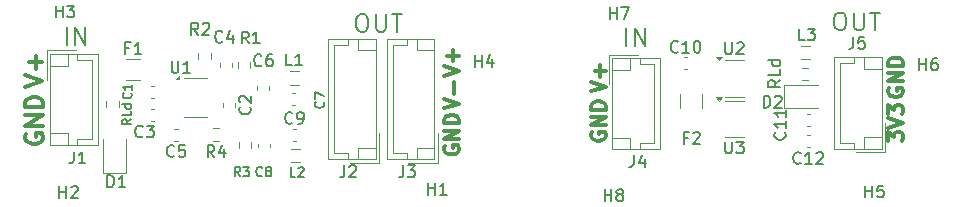
<source format=gto>
%TF.GenerationSoftware,KiCad,Pcbnew,9.0.0*%
%TF.CreationDate,2025-04-24T22:58:58+03:00*%
%TF.ProjectId,PSU,5053552e-6b69-4636-9164-5f7063625858,rev?*%
%TF.SameCoordinates,Original*%
%TF.FileFunction,Legend,Top*%
%TF.FilePolarity,Positive*%
%FSLAX46Y46*%
G04 Gerber Fmt 4.6, Leading zero omitted, Abs format (unit mm)*
G04 Created by KiCad (PCBNEW 9.0.0) date 2025-04-24 22:58:58*
%MOMM*%
%LPD*%
G01*
G04 APERTURE LIST*
%ADD10C,0.300000*%
%ADD11C,0.150000*%
%ADD12C,0.120000*%
G04 APERTURE END LIST*
D10*
X89805757Y-103397574D02*
X89734328Y-103540432D01*
X89734328Y-103540432D02*
X89734328Y-103754717D01*
X89734328Y-103754717D02*
X89805757Y-103969003D01*
X89805757Y-103969003D02*
X89948614Y-104111860D01*
X89948614Y-104111860D02*
X90091471Y-104183289D01*
X90091471Y-104183289D02*
X90377185Y-104254717D01*
X90377185Y-104254717D02*
X90591471Y-104254717D01*
X90591471Y-104254717D02*
X90877185Y-104183289D01*
X90877185Y-104183289D02*
X91020042Y-104111860D01*
X91020042Y-104111860D02*
X91162900Y-103969003D01*
X91162900Y-103969003D02*
X91234328Y-103754717D01*
X91234328Y-103754717D02*
X91234328Y-103611860D01*
X91234328Y-103611860D02*
X91162900Y-103397574D01*
X91162900Y-103397574D02*
X91091471Y-103326146D01*
X91091471Y-103326146D02*
X90591471Y-103326146D01*
X90591471Y-103326146D02*
X90591471Y-103611860D01*
X91234328Y-102683289D02*
X89734328Y-102683289D01*
X89734328Y-102683289D02*
X91234328Y-101826146D01*
X91234328Y-101826146D02*
X89734328Y-101826146D01*
X91234328Y-101111860D02*
X89734328Y-101111860D01*
X89734328Y-101111860D02*
X89734328Y-100754717D01*
X89734328Y-100754717D02*
X89805757Y-100540431D01*
X89805757Y-100540431D02*
X89948614Y-100397574D01*
X89948614Y-100397574D02*
X90091471Y-100326145D01*
X90091471Y-100326145D02*
X90377185Y-100254717D01*
X90377185Y-100254717D02*
X90591471Y-100254717D01*
X90591471Y-100254717D02*
X90877185Y-100326145D01*
X90877185Y-100326145D02*
X91020042Y-100397574D01*
X91020042Y-100397574D02*
X91162900Y-100540431D01*
X91162900Y-100540431D02*
X91234328Y-100754717D01*
X91234328Y-100754717D02*
X91234328Y-101111860D01*
D11*
X118116041Y-93240228D02*
X118401755Y-93240228D01*
X118401755Y-93240228D02*
X118544612Y-93311657D01*
X118544612Y-93311657D02*
X118687469Y-93454514D01*
X118687469Y-93454514D02*
X118758898Y-93740228D01*
X118758898Y-93740228D02*
X118758898Y-94240228D01*
X118758898Y-94240228D02*
X118687469Y-94525942D01*
X118687469Y-94525942D02*
X118544612Y-94668800D01*
X118544612Y-94668800D02*
X118401755Y-94740228D01*
X118401755Y-94740228D02*
X118116041Y-94740228D01*
X118116041Y-94740228D02*
X117973184Y-94668800D01*
X117973184Y-94668800D02*
X117830326Y-94525942D01*
X117830326Y-94525942D02*
X117758898Y-94240228D01*
X117758898Y-94240228D02*
X117758898Y-93740228D01*
X117758898Y-93740228D02*
X117830326Y-93454514D01*
X117830326Y-93454514D02*
X117973184Y-93311657D01*
X117973184Y-93311657D02*
X118116041Y-93240228D01*
X119401755Y-93240228D02*
X119401755Y-94454514D01*
X119401755Y-94454514D02*
X119473184Y-94597371D01*
X119473184Y-94597371D02*
X119544613Y-94668800D01*
X119544613Y-94668800D02*
X119687470Y-94740228D01*
X119687470Y-94740228D02*
X119973184Y-94740228D01*
X119973184Y-94740228D02*
X120116041Y-94668800D01*
X120116041Y-94668800D02*
X120187470Y-94597371D01*
X120187470Y-94597371D02*
X120258898Y-94454514D01*
X120258898Y-94454514D02*
X120258898Y-93240228D01*
X120758899Y-93240228D02*
X121616042Y-93240228D01*
X121187470Y-94740228D02*
X121187470Y-93240228D01*
D10*
X89665728Y-99405574D02*
X91165728Y-98905574D01*
X91165728Y-98905574D02*
X89665728Y-98405574D01*
X90594300Y-97905575D02*
X90594300Y-96762718D01*
X91165728Y-97334146D02*
X90022871Y-97334146D01*
X125150723Y-98489584D02*
X126400723Y-98072917D01*
X126400723Y-98072917D02*
X125150723Y-97656251D01*
X125924533Y-97239583D02*
X125924533Y-96287203D01*
X126400723Y-96763393D02*
X125448342Y-96763393D01*
D11*
X93217726Y-95871428D02*
X93217726Y-94371428D01*
X93932012Y-95871428D02*
X93932012Y-94371428D01*
X93932012Y-94371428D02*
X94789155Y-95871428D01*
X94789155Y-95871428D02*
X94789155Y-94371428D01*
D10*
X125201523Y-101232784D02*
X126451523Y-100816117D01*
X126451523Y-100816117D02*
X125201523Y-100399451D01*
X125975333Y-99982783D02*
X125975333Y-99030403D01*
X125261047Y-104412651D02*
X125201523Y-104531698D01*
X125201523Y-104531698D02*
X125201523Y-104710270D01*
X125201523Y-104710270D02*
X125261047Y-104888841D01*
X125261047Y-104888841D02*
X125380095Y-105007889D01*
X125380095Y-105007889D02*
X125499142Y-105067412D01*
X125499142Y-105067412D02*
X125737238Y-105126936D01*
X125737238Y-105126936D02*
X125915809Y-105126936D01*
X125915809Y-105126936D02*
X126153904Y-105067412D01*
X126153904Y-105067412D02*
X126272952Y-105007889D01*
X126272952Y-105007889D02*
X126392000Y-104888841D01*
X126392000Y-104888841D02*
X126451523Y-104710270D01*
X126451523Y-104710270D02*
X126451523Y-104591222D01*
X126451523Y-104591222D02*
X126392000Y-104412651D01*
X126392000Y-104412651D02*
X126332476Y-104353127D01*
X126332476Y-104353127D02*
X125915809Y-104353127D01*
X125915809Y-104353127D02*
X125915809Y-104591222D01*
X126451523Y-103817412D02*
X125201523Y-103817412D01*
X125201523Y-103817412D02*
X126451523Y-103103127D01*
X126451523Y-103103127D02*
X125201523Y-103103127D01*
X126451523Y-102507888D02*
X125201523Y-102507888D01*
X125201523Y-102507888D02*
X125201523Y-102210269D01*
X125201523Y-102210269D02*
X125261047Y-102031698D01*
X125261047Y-102031698D02*
X125380095Y-101912650D01*
X125380095Y-101912650D02*
X125499142Y-101853127D01*
X125499142Y-101853127D02*
X125737238Y-101793603D01*
X125737238Y-101793603D02*
X125915809Y-101793603D01*
X125915809Y-101793603D02*
X126153904Y-101853127D01*
X126153904Y-101853127D02*
X126272952Y-101912650D01*
X126272952Y-101912650D02*
X126392000Y-102031698D01*
X126392000Y-102031698D02*
X126451523Y-102210269D01*
X126451523Y-102210269D02*
X126451523Y-102507888D01*
D11*
X140616644Y-95916332D02*
X140616644Y-94416332D01*
X141330930Y-95916332D02*
X141330930Y-94416332D01*
X141330930Y-94416332D02*
X142188073Y-95916332D01*
X142188073Y-95916332D02*
X142188073Y-94416332D01*
X158580759Y-93120932D02*
X158866473Y-93120932D01*
X158866473Y-93120932D02*
X159009330Y-93192361D01*
X159009330Y-93192361D02*
X159152187Y-93335218D01*
X159152187Y-93335218D02*
X159223616Y-93620932D01*
X159223616Y-93620932D02*
X159223616Y-94120932D01*
X159223616Y-94120932D02*
X159152187Y-94406646D01*
X159152187Y-94406646D02*
X159009330Y-94549504D01*
X159009330Y-94549504D02*
X158866473Y-94620932D01*
X158866473Y-94620932D02*
X158580759Y-94620932D01*
X158580759Y-94620932D02*
X158437902Y-94549504D01*
X158437902Y-94549504D02*
X158295044Y-94406646D01*
X158295044Y-94406646D02*
X158223616Y-94120932D01*
X158223616Y-94120932D02*
X158223616Y-93620932D01*
X158223616Y-93620932D02*
X158295044Y-93335218D01*
X158295044Y-93335218D02*
X158437902Y-93192361D01*
X158437902Y-93192361D02*
X158580759Y-93120932D01*
X159866473Y-93120932D02*
X159866473Y-94335218D01*
X159866473Y-94335218D02*
X159937902Y-94478075D01*
X159937902Y-94478075D02*
X160009331Y-94549504D01*
X160009331Y-94549504D02*
X160152188Y-94620932D01*
X160152188Y-94620932D02*
X160437902Y-94620932D01*
X160437902Y-94620932D02*
X160580759Y-94549504D01*
X160580759Y-94549504D02*
X160652188Y-94478075D01*
X160652188Y-94478075D02*
X160723616Y-94335218D01*
X160723616Y-94335218D02*
X160723616Y-93120932D01*
X161223617Y-93120932D02*
X162080760Y-93120932D01*
X161652188Y-94620932D02*
X161652188Y-93120932D01*
D10*
X137617041Y-99793188D02*
X138867041Y-99376521D01*
X138867041Y-99376521D02*
X137617041Y-98959855D01*
X138390851Y-98543187D02*
X138390851Y-97590807D01*
X138867041Y-98066997D02*
X137914660Y-98066997D01*
X137676565Y-103252455D02*
X137617041Y-103371502D01*
X137617041Y-103371502D02*
X137617041Y-103550074D01*
X137617041Y-103550074D02*
X137676565Y-103728645D01*
X137676565Y-103728645D02*
X137795613Y-103847693D01*
X137795613Y-103847693D02*
X137914660Y-103907216D01*
X137914660Y-103907216D02*
X138152756Y-103966740D01*
X138152756Y-103966740D02*
X138331327Y-103966740D01*
X138331327Y-103966740D02*
X138569422Y-103907216D01*
X138569422Y-103907216D02*
X138688470Y-103847693D01*
X138688470Y-103847693D02*
X138807518Y-103728645D01*
X138807518Y-103728645D02*
X138867041Y-103550074D01*
X138867041Y-103550074D02*
X138867041Y-103431026D01*
X138867041Y-103431026D02*
X138807518Y-103252455D01*
X138807518Y-103252455D02*
X138747994Y-103192931D01*
X138747994Y-103192931D02*
X138331327Y-103192931D01*
X138331327Y-103192931D02*
X138331327Y-103431026D01*
X138867041Y-102657216D02*
X137617041Y-102657216D01*
X137617041Y-102657216D02*
X138867041Y-101942931D01*
X138867041Y-101942931D02*
X137617041Y-101942931D01*
X138867041Y-101347692D02*
X137617041Y-101347692D01*
X137617041Y-101347692D02*
X137617041Y-101050073D01*
X137617041Y-101050073D02*
X137676565Y-100871502D01*
X137676565Y-100871502D02*
X137795613Y-100752454D01*
X137795613Y-100752454D02*
X137914660Y-100692931D01*
X137914660Y-100692931D02*
X138152756Y-100633407D01*
X138152756Y-100633407D02*
X138331327Y-100633407D01*
X138331327Y-100633407D02*
X138569422Y-100692931D01*
X138569422Y-100692931D02*
X138688470Y-100752454D01*
X138688470Y-100752454D02*
X138807518Y-100871502D01*
X138807518Y-100871502D02*
X138867041Y-101050073D01*
X138867041Y-101050073D02*
X138867041Y-101347692D01*
X162790541Y-104000864D02*
X162790541Y-103227055D01*
X162790541Y-103227055D02*
X163266732Y-103643721D01*
X163266732Y-103643721D02*
X163266732Y-103465150D01*
X163266732Y-103465150D02*
X163326256Y-103346102D01*
X163326256Y-103346102D02*
X163385779Y-103286578D01*
X163385779Y-103286578D02*
X163504827Y-103227055D01*
X163504827Y-103227055D02*
X163802446Y-103227055D01*
X163802446Y-103227055D02*
X163921494Y-103286578D01*
X163921494Y-103286578D02*
X163981018Y-103346102D01*
X163981018Y-103346102D02*
X164040541Y-103465150D01*
X164040541Y-103465150D02*
X164040541Y-103822293D01*
X164040541Y-103822293D02*
X163981018Y-103941340D01*
X163981018Y-103941340D02*
X163921494Y-104000864D01*
X162790541Y-102869912D02*
X164040541Y-102453245D01*
X164040541Y-102453245D02*
X162790541Y-102036579D01*
X162790541Y-101738959D02*
X162790541Y-100965150D01*
X162790541Y-100965150D02*
X163266732Y-101381816D01*
X163266732Y-101381816D02*
X163266732Y-101203245D01*
X163266732Y-101203245D02*
X163326256Y-101084197D01*
X163326256Y-101084197D02*
X163385779Y-101024673D01*
X163385779Y-101024673D02*
X163504827Y-100965150D01*
X163504827Y-100965150D02*
X163802446Y-100965150D01*
X163802446Y-100965150D02*
X163921494Y-101024673D01*
X163921494Y-101024673D02*
X163981018Y-101084197D01*
X163981018Y-101084197D02*
X164040541Y-101203245D01*
X164040541Y-101203245D02*
X164040541Y-101560388D01*
X164040541Y-101560388D02*
X163981018Y-101679435D01*
X163981018Y-101679435D02*
X163921494Y-101738959D01*
X162850065Y-99544055D02*
X162790541Y-99663102D01*
X162790541Y-99663102D02*
X162790541Y-99841674D01*
X162790541Y-99841674D02*
X162850065Y-100020245D01*
X162850065Y-100020245D02*
X162969113Y-100139293D01*
X162969113Y-100139293D02*
X163088160Y-100198816D01*
X163088160Y-100198816D02*
X163326256Y-100258340D01*
X163326256Y-100258340D02*
X163504827Y-100258340D01*
X163504827Y-100258340D02*
X163742922Y-100198816D01*
X163742922Y-100198816D02*
X163861970Y-100139293D01*
X163861970Y-100139293D02*
X163981018Y-100020245D01*
X163981018Y-100020245D02*
X164040541Y-99841674D01*
X164040541Y-99841674D02*
X164040541Y-99722626D01*
X164040541Y-99722626D02*
X163981018Y-99544055D01*
X163981018Y-99544055D02*
X163921494Y-99484531D01*
X163921494Y-99484531D02*
X163504827Y-99484531D01*
X163504827Y-99484531D02*
X163504827Y-99722626D01*
X164040541Y-98948816D02*
X162790541Y-98948816D01*
X162790541Y-98948816D02*
X164040541Y-98234531D01*
X164040541Y-98234531D02*
X162790541Y-98234531D01*
X164040541Y-97639292D02*
X162790541Y-97639292D01*
X162790541Y-97639292D02*
X162790541Y-97341673D01*
X162790541Y-97341673D02*
X162850065Y-97163102D01*
X162850065Y-97163102D02*
X162969113Y-97044054D01*
X162969113Y-97044054D02*
X163088160Y-96984531D01*
X163088160Y-96984531D02*
X163326256Y-96925007D01*
X163326256Y-96925007D02*
X163504827Y-96925007D01*
X163504827Y-96925007D02*
X163742922Y-96984531D01*
X163742922Y-96984531D02*
X163861970Y-97044054D01*
X163861970Y-97044054D02*
X163981018Y-97163102D01*
X163981018Y-97163102D02*
X164040541Y-97341673D01*
X164040541Y-97341673D02*
X164040541Y-97639292D01*
D11*
X93800166Y-104890219D02*
X93800166Y-105604504D01*
X93800166Y-105604504D02*
X93752547Y-105747361D01*
X93752547Y-105747361D02*
X93657309Y-105842600D01*
X93657309Y-105842600D02*
X93514452Y-105890219D01*
X93514452Y-105890219D02*
X93419214Y-105890219D01*
X94800166Y-105890219D02*
X94228738Y-105890219D01*
X94514452Y-105890219D02*
X94514452Y-104890219D01*
X94514452Y-104890219D02*
X94419214Y-105033076D01*
X94419214Y-105033076D02*
X94323976Y-105128314D01*
X94323976Y-105128314D02*
X94228738Y-105175933D01*
X102323433Y-105236180D02*
X102275814Y-105283800D01*
X102275814Y-105283800D02*
X102132957Y-105331419D01*
X102132957Y-105331419D02*
X102037719Y-105331419D01*
X102037719Y-105331419D02*
X101894862Y-105283800D01*
X101894862Y-105283800D02*
X101799624Y-105188561D01*
X101799624Y-105188561D02*
X101752005Y-105093323D01*
X101752005Y-105093323D02*
X101704386Y-104902847D01*
X101704386Y-104902847D02*
X101704386Y-104759990D01*
X101704386Y-104759990D02*
X101752005Y-104569514D01*
X101752005Y-104569514D02*
X101799624Y-104474276D01*
X101799624Y-104474276D02*
X101894862Y-104379038D01*
X101894862Y-104379038D02*
X102037719Y-104331419D01*
X102037719Y-104331419D02*
X102132957Y-104331419D01*
X102132957Y-104331419D02*
X102275814Y-104379038D01*
X102275814Y-104379038D02*
X102323433Y-104426657D01*
X103228195Y-104331419D02*
X102752005Y-104331419D01*
X102752005Y-104331419D02*
X102704386Y-104807609D01*
X102704386Y-104807609D02*
X102752005Y-104759990D01*
X102752005Y-104759990D02*
X102847243Y-104712371D01*
X102847243Y-104712371D02*
X103085338Y-104712371D01*
X103085338Y-104712371D02*
X103180576Y-104759990D01*
X103180576Y-104759990D02*
X103228195Y-104807609D01*
X103228195Y-104807609D02*
X103275814Y-104902847D01*
X103275814Y-104902847D02*
X103275814Y-105140942D01*
X103275814Y-105140942D02*
X103228195Y-105236180D01*
X103228195Y-105236180D02*
X103180576Y-105283800D01*
X103180576Y-105283800D02*
X103085338Y-105331419D01*
X103085338Y-105331419D02*
X102847243Y-105331419D01*
X102847243Y-105331419D02*
X102752005Y-105283800D01*
X102752005Y-105283800D02*
X102704386Y-105236180D01*
X98689064Y-102137714D02*
X98331921Y-102387714D01*
X98689064Y-102566285D02*
X97939064Y-102566285D01*
X97939064Y-102566285D02*
X97939064Y-102280571D01*
X97939064Y-102280571D02*
X97974778Y-102209142D01*
X97974778Y-102209142D02*
X98010492Y-102173428D01*
X98010492Y-102173428D02*
X98081921Y-102137714D01*
X98081921Y-102137714D02*
X98189064Y-102137714D01*
X98189064Y-102137714D02*
X98260492Y-102173428D01*
X98260492Y-102173428D02*
X98296207Y-102209142D01*
X98296207Y-102209142D02*
X98331921Y-102280571D01*
X98331921Y-102280571D02*
X98331921Y-102566285D01*
X98689064Y-101459142D02*
X98689064Y-101816285D01*
X98689064Y-101816285D02*
X97939064Y-101816285D01*
X98689064Y-100887714D02*
X97939064Y-100887714D01*
X98653350Y-100887714D02*
X98689064Y-100959142D01*
X98689064Y-100959142D02*
X98689064Y-101101999D01*
X98689064Y-101101999D02*
X98653350Y-101173428D01*
X98653350Y-101173428D02*
X98617635Y-101209142D01*
X98617635Y-101209142D02*
X98546207Y-101244856D01*
X98546207Y-101244856D02*
X98331921Y-101244856D01*
X98331921Y-101244856D02*
X98260492Y-101209142D01*
X98260492Y-101209142D02*
X98224778Y-101173428D01*
X98224778Y-101173428D02*
X98189064Y-101101999D01*
X98189064Y-101101999D02*
X98189064Y-100959142D01*
X98189064Y-100959142D02*
X98224778Y-100887714D01*
X112331033Y-102442180D02*
X112283414Y-102489800D01*
X112283414Y-102489800D02*
X112140557Y-102537419D01*
X112140557Y-102537419D02*
X112045319Y-102537419D01*
X112045319Y-102537419D02*
X111902462Y-102489800D01*
X111902462Y-102489800D02*
X111807224Y-102394561D01*
X111807224Y-102394561D02*
X111759605Y-102299323D01*
X111759605Y-102299323D02*
X111711986Y-102108847D01*
X111711986Y-102108847D02*
X111711986Y-101965990D01*
X111711986Y-101965990D02*
X111759605Y-101775514D01*
X111759605Y-101775514D02*
X111807224Y-101680276D01*
X111807224Y-101680276D02*
X111902462Y-101585038D01*
X111902462Y-101585038D02*
X112045319Y-101537419D01*
X112045319Y-101537419D02*
X112140557Y-101537419D01*
X112140557Y-101537419D02*
X112283414Y-101585038D01*
X112283414Y-101585038D02*
X112331033Y-101632657D01*
X112807224Y-102537419D02*
X112997700Y-102537419D01*
X112997700Y-102537419D02*
X113092938Y-102489800D01*
X113092938Y-102489800D02*
X113140557Y-102442180D01*
X113140557Y-102442180D02*
X113235795Y-102299323D01*
X113235795Y-102299323D02*
X113283414Y-102108847D01*
X113283414Y-102108847D02*
X113283414Y-101727895D01*
X113283414Y-101727895D02*
X113235795Y-101632657D01*
X113235795Y-101632657D02*
X113188176Y-101585038D01*
X113188176Y-101585038D02*
X113092938Y-101537419D01*
X113092938Y-101537419D02*
X112902462Y-101537419D01*
X112902462Y-101537419D02*
X112807224Y-101585038D01*
X112807224Y-101585038D02*
X112759605Y-101632657D01*
X112759605Y-101632657D02*
X112711986Y-101727895D01*
X112711986Y-101727895D02*
X112711986Y-101965990D01*
X112711986Y-101965990D02*
X112759605Y-102061228D01*
X112759605Y-102061228D02*
X112807224Y-102108847D01*
X112807224Y-102108847D02*
X112902462Y-102156466D01*
X112902462Y-102156466D02*
X113092938Y-102156466D01*
X113092938Y-102156466D02*
X113188176Y-102108847D01*
X113188176Y-102108847D02*
X113235795Y-102061228D01*
X113235795Y-102061228D02*
X113283414Y-101965990D01*
X98499166Y-96095409D02*
X98165833Y-96095409D01*
X98165833Y-96619219D02*
X98165833Y-95619219D01*
X98165833Y-95619219D02*
X98642023Y-95619219D01*
X99546785Y-96619219D02*
X98975357Y-96619219D01*
X99261071Y-96619219D02*
X99261071Y-95619219D01*
X99261071Y-95619219D02*
X99165833Y-95762076D01*
X99165833Y-95762076D02*
X99070595Y-95857314D01*
X99070595Y-95857314D02*
X98975357Y-95904933D01*
X99656433Y-103585180D02*
X99608814Y-103632800D01*
X99608814Y-103632800D02*
X99465957Y-103680419D01*
X99465957Y-103680419D02*
X99370719Y-103680419D01*
X99370719Y-103680419D02*
X99227862Y-103632800D01*
X99227862Y-103632800D02*
X99132624Y-103537561D01*
X99132624Y-103537561D02*
X99085005Y-103442323D01*
X99085005Y-103442323D02*
X99037386Y-103251847D01*
X99037386Y-103251847D02*
X99037386Y-103108990D01*
X99037386Y-103108990D02*
X99085005Y-102918514D01*
X99085005Y-102918514D02*
X99132624Y-102823276D01*
X99132624Y-102823276D02*
X99227862Y-102728038D01*
X99227862Y-102728038D02*
X99370719Y-102680419D01*
X99370719Y-102680419D02*
X99465957Y-102680419D01*
X99465957Y-102680419D02*
X99608814Y-102728038D01*
X99608814Y-102728038D02*
X99656433Y-102775657D01*
X99989767Y-102680419D02*
X100608814Y-102680419D01*
X100608814Y-102680419D02*
X100275481Y-103061371D01*
X100275481Y-103061371D02*
X100418338Y-103061371D01*
X100418338Y-103061371D02*
X100513576Y-103108990D01*
X100513576Y-103108990D02*
X100561195Y-103156609D01*
X100561195Y-103156609D02*
X100608814Y-103251847D01*
X100608814Y-103251847D02*
X100608814Y-103489942D01*
X100608814Y-103489942D02*
X100561195Y-103585180D01*
X100561195Y-103585180D02*
X100513576Y-103632800D01*
X100513576Y-103632800D02*
X100418338Y-103680419D01*
X100418338Y-103680419D02*
X100132624Y-103680419D01*
X100132624Y-103680419D02*
X100037386Y-103632800D01*
X100037386Y-103632800D02*
X99989767Y-103585180D01*
X121714766Y-106058619D02*
X121714766Y-106772904D01*
X121714766Y-106772904D02*
X121667147Y-106915761D01*
X121667147Y-106915761D02*
X121571909Y-107011000D01*
X121571909Y-107011000D02*
X121429052Y-107058619D01*
X121429052Y-107058619D02*
X121333814Y-107058619D01*
X122095719Y-106058619D02*
X122714766Y-106058619D01*
X122714766Y-106058619D02*
X122381433Y-106439571D01*
X122381433Y-106439571D02*
X122524290Y-106439571D01*
X122524290Y-106439571D02*
X122619528Y-106487190D01*
X122619528Y-106487190D02*
X122667147Y-106534809D01*
X122667147Y-106534809D02*
X122714766Y-106630047D01*
X122714766Y-106630047D02*
X122714766Y-106868142D01*
X122714766Y-106868142D02*
X122667147Y-106963380D01*
X122667147Y-106963380D02*
X122619528Y-107011000D01*
X122619528Y-107011000D02*
X122524290Y-107058619D01*
X122524290Y-107058619D02*
X122238576Y-107058619D01*
X122238576Y-107058619D02*
X122143338Y-107011000D01*
X122143338Y-107011000D02*
X122095719Y-106963380D01*
X92304795Y-93520419D02*
X92304795Y-92520419D01*
X92304795Y-92996609D02*
X92876223Y-92996609D01*
X92876223Y-93520419D02*
X92876223Y-92520419D01*
X93257176Y-92520419D02*
X93876223Y-92520419D01*
X93876223Y-92520419D02*
X93542890Y-92901371D01*
X93542890Y-92901371D02*
X93685747Y-92901371D01*
X93685747Y-92901371D02*
X93780985Y-92948990D01*
X93780985Y-92948990D02*
X93828604Y-92996609D01*
X93828604Y-92996609D02*
X93876223Y-93091847D01*
X93876223Y-93091847D02*
X93876223Y-93329942D01*
X93876223Y-93329942D02*
X93828604Y-93425180D01*
X93828604Y-93425180D02*
X93780985Y-93472800D01*
X93780985Y-93472800D02*
X93685747Y-93520419D01*
X93685747Y-93520419D02*
X93400033Y-93520419D01*
X93400033Y-93520419D02*
X93304795Y-93472800D01*
X93304795Y-93472800D02*
X93257176Y-93425180D01*
X114968204Y-100666532D02*
X115006300Y-100704628D01*
X115006300Y-100704628D02*
X115044395Y-100818913D01*
X115044395Y-100818913D02*
X115044395Y-100895104D01*
X115044395Y-100895104D02*
X115006300Y-101009390D01*
X115006300Y-101009390D02*
X114930109Y-101085580D01*
X114930109Y-101085580D02*
X114853919Y-101123675D01*
X114853919Y-101123675D02*
X114701538Y-101161771D01*
X114701538Y-101161771D02*
X114587252Y-101161771D01*
X114587252Y-101161771D02*
X114434871Y-101123675D01*
X114434871Y-101123675D02*
X114358680Y-101085580D01*
X114358680Y-101085580D02*
X114282490Y-101009390D01*
X114282490Y-101009390D02*
X114244395Y-100895104D01*
X114244395Y-100895104D02*
X114244395Y-100818913D01*
X114244395Y-100818913D02*
X114282490Y-100704628D01*
X114282490Y-100704628D02*
X114320585Y-100666532D01*
X114244395Y-100399866D02*
X114244395Y-99866532D01*
X114244395Y-99866532D02*
X115044395Y-100209390D01*
X108622633Y-95730219D02*
X108289300Y-95254028D01*
X108051205Y-95730219D02*
X108051205Y-94730219D01*
X108051205Y-94730219D02*
X108432157Y-94730219D01*
X108432157Y-94730219D02*
X108527395Y-94777838D01*
X108527395Y-94777838D02*
X108575014Y-94825457D01*
X108575014Y-94825457D02*
X108622633Y-94920695D01*
X108622633Y-94920695D02*
X108622633Y-95063552D01*
X108622633Y-95063552D02*
X108575014Y-95158790D01*
X108575014Y-95158790D02*
X108527395Y-95206409D01*
X108527395Y-95206409D02*
X108432157Y-95254028D01*
X108432157Y-95254028D02*
X108051205Y-95254028D01*
X109575014Y-95730219D02*
X109003586Y-95730219D01*
X109289300Y-95730219D02*
X109289300Y-94730219D01*
X109289300Y-94730219D02*
X109194062Y-94873076D01*
X109194062Y-94873076D02*
X109098824Y-94968314D01*
X109098824Y-94968314D02*
X109003586Y-95015933D01*
X127788595Y-97711419D02*
X127788595Y-96711419D01*
X127788595Y-97187609D02*
X128360023Y-97187609D01*
X128360023Y-97711419D02*
X128360023Y-96711419D01*
X129264785Y-97044752D02*
X129264785Y-97711419D01*
X129026690Y-96663800D02*
X128788595Y-97378085D01*
X128788595Y-97378085D02*
X129407642Y-97378085D01*
X123826195Y-108531819D02*
X123826195Y-107531819D01*
X123826195Y-108008009D02*
X124397623Y-108008009D01*
X124397623Y-108531819D02*
X124397623Y-107531819D01*
X125397623Y-108531819D02*
X124826195Y-108531819D01*
X125111909Y-108531819D02*
X125111909Y-107531819D01*
X125111909Y-107531819D02*
X125016671Y-107674676D01*
X125016671Y-107674676D02*
X124921433Y-107769914D01*
X124921433Y-107769914D02*
X124826195Y-107817533D01*
X108717080Y-101106266D02*
X108764700Y-101153885D01*
X108764700Y-101153885D02*
X108812319Y-101296742D01*
X108812319Y-101296742D02*
X108812319Y-101391980D01*
X108812319Y-101391980D02*
X108764700Y-101534837D01*
X108764700Y-101534837D02*
X108669461Y-101630075D01*
X108669461Y-101630075D02*
X108574223Y-101677694D01*
X108574223Y-101677694D02*
X108383747Y-101725313D01*
X108383747Y-101725313D02*
X108240890Y-101725313D01*
X108240890Y-101725313D02*
X108050414Y-101677694D01*
X108050414Y-101677694D02*
X107955176Y-101630075D01*
X107955176Y-101630075D02*
X107859938Y-101534837D01*
X107859938Y-101534837D02*
X107812319Y-101391980D01*
X107812319Y-101391980D02*
X107812319Y-101296742D01*
X107812319Y-101296742D02*
X107859938Y-101153885D01*
X107859938Y-101153885D02*
X107907557Y-101106266D01*
X107907557Y-100725313D02*
X107859938Y-100677694D01*
X107859938Y-100677694D02*
X107812319Y-100582456D01*
X107812319Y-100582456D02*
X107812319Y-100344361D01*
X107812319Y-100344361D02*
X107859938Y-100249123D01*
X107859938Y-100249123D02*
X107907557Y-100201504D01*
X107907557Y-100201504D02*
X108002795Y-100153885D01*
X108002795Y-100153885D02*
X108098033Y-100153885D01*
X108098033Y-100153885D02*
X108240890Y-100201504D01*
X108240890Y-100201504D02*
X108812319Y-100772932D01*
X108812319Y-100772932D02*
X108812319Y-100153885D01*
X96672005Y-107896819D02*
X96672005Y-106896819D01*
X96672005Y-106896819D02*
X96910100Y-106896819D01*
X96910100Y-106896819D02*
X97052957Y-106944438D01*
X97052957Y-106944438D02*
X97148195Y-107039676D01*
X97148195Y-107039676D02*
X97195814Y-107134914D01*
X97195814Y-107134914D02*
X97243433Y-107325390D01*
X97243433Y-107325390D02*
X97243433Y-107468247D01*
X97243433Y-107468247D02*
X97195814Y-107658723D01*
X97195814Y-107658723D02*
X97148195Y-107753961D01*
X97148195Y-107753961D02*
X97052957Y-107849200D01*
X97052957Y-107849200D02*
X96910100Y-107896819D01*
X96910100Y-107896819D02*
X96672005Y-107896819D01*
X98195814Y-107896819D02*
X97624386Y-107896819D01*
X97910100Y-107896819D02*
X97910100Y-106896819D01*
X97910100Y-106896819D02*
X97814862Y-107039676D01*
X97814862Y-107039676D02*
X97719624Y-107134914D01*
X97719624Y-107134914D02*
X97624386Y-107182533D01*
X106412833Y-95558780D02*
X106365214Y-95606400D01*
X106365214Y-95606400D02*
X106222357Y-95654019D01*
X106222357Y-95654019D02*
X106127119Y-95654019D01*
X106127119Y-95654019D02*
X105984262Y-95606400D01*
X105984262Y-95606400D02*
X105889024Y-95511161D01*
X105889024Y-95511161D02*
X105841405Y-95415923D01*
X105841405Y-95415923D02*
X105793786Y-95225447D01*
X105793786Y-95225447D02*
X105793786Y-95082590D01*
X105793786Y-95082590D02*
X105841405Y-94892114D01*
X105841405Y-94892114D02*
X105889024Y-94796876D01*
X105889024Y-94796876D02*
X105984262Y-94701638D01*
X105984262Y-94701638D02*
X106127119Y-94654019D01*
X106127119Y-94654019D02*
X106222357Y-94654019D01*
X106222357Y-94654019D02*
X106365214Y-94701638D01*
X106365214Y-94701638D02*
X106412833Y-94749257D01*
X107269976Y-94987352D02*
X107269976Y-95654019D01*
X107031881Y-94606400D02*
X106793786Y-95320685D01*
X106793786Y-95320685D02*
X107412833Y-95320685D01*
X98643035Y-99921600D02*
X98678750Y-99957314D01*
X98678750Y-99957314D02*
X98714464Y-100064457D01*
X98714464Y-100064457D02*
X98714464Y-100135885D01*
X98714464Y-100135885D02*
X98678750Y-100243028D01*
X98678750Y-100243028D02*
X98607321Y-100314457D01*
X98607321Y-100314457D02*
X98535892Y-100350171D01*
X98535892Y-100350171D02*
X98393035Y-100385885D01*
X98393035Y-100385885D02*
X98285892Y-100385885D01*
X98285892Y-100385885D02*
X98143035Y-100350171D01*
X98143035Y-100350171D02*
X98071607Y-100314457D01*
X98071607Y-100314457D02*
X98000178Y-100243028D01*
X98000178Y-100243028D02*
X97964464Y-100135885D01*
X97964464Y-100135885D02*
X97964464Y-100064457D01*
X97964464Y-100064457D02*
X98000178Y-99957314D01*
X98000178Y-99957314D02*
X98035892Y-99921600D01*
X98714464Y-99207314D02*
X98714464Y-99635885D01*
X98714464Y-99421600D02*
X97964464Y-99421600D01*
X97964464Y-99421600D02*
X98071607Y-99493028D01*
X98071607Y-99493028D02*
X98143035Y-99564457D01*
X98143035Y-99564457D02*
X98178750Y-99635885D01*
X102109195Y-97219419D02*
X102109195Y-98028942D01*
X102109195Y-98028942D02*
X102156814Y-98124180D01*
X102156814Y-98124180D02*
X102204433Y-98171800D01*
X102204433Y-98171800D02*
X102299671Y-98219419D01*
X102299671Y-98219419D02*
X102490147Y-98219419D01*
X102490147Y-98219419D02*
X102585385Y-98171800D01*
X102585385Y-98171800D02*
X102633004Y-98124180D01*
X102633004Y-98124180D02*
X102680623Y-98028942D01*
X102680623Y-98028942D02*
X102680623Y-97219419D01*
X103680623Y-98219419D02*
X103109195Y-98219419D01*
X103394909Y-98219419D02*
X103394909Y-97219419D01*
X103394909Y-97219419D02*
X103299671Y-97362276D01*
X103299671Y-97362276D02*
X103204433Y-97457514D01*
X103204433Y-97457514D02*
X103109195Y-97505133D01*
X109714833Y-97565380D02*
X109667214Y-97613000D01*
X109667214Y-97613000D02*
X109524357Y-97660619D01*
X109524357Y-97660619D02*
X109429119Y-97660619D01*
X109429119Y-97660619D02*
X109286262Y-97613000D01*
X109286262Y-97613000D02*
X109191024Y-97517761D01*
X109191024Y-97517761D02*
X109143405Y-97422523D01*
X109143405Y-97422523D02*
X109095786Y-97232047D01*
X109095786Y-97232047D02*
X109095786Y-97089190D01*
X109095786Y-97089190D02*
X109143405Y-96898714D01*
X109143405Y-96898714D02*
X109191024Y-96803476D01*
X109191024Y-96803476D02*
X109286262Y-96708238D01*
X109286262Y-96708238D02*
X109429119Y-96660619D01*
X109429119Y-96660619D02*
X109524357Y-96660619D01*
X109524357Y-96660619D02*
X109667214Y-96708238D01*
X109667214Y-96708238D02*
X109714833Y-96755857D01*
X110571976Y-96660619D02*
X110381500Y-96660619D01*
X110381500Y-96660619D02*
X110286262Y-96708238D01*
X110286262Y-96708238D02*
X110238643Y-96755857D01*
X110238643Y-96755857D02*
X110143405Y-96898714D01*
X110143405Y-96898714D02*
X110095786Y-97089190D01*
X110095786Y-97089190D02*
X110095786Y-97470142D01*
X110095786Y-97470142D02*
X110143405Y-97565380D01*
X110143405Y-97565380D02*
X110191024Y-97613000D01*
X110191024Y-97613000D02*
X110286262Y-97660619D01*
X110286262Y-97660619D02*
X110476738Y-97660619D01*
X110476738Y-97660619D02*
X110571976Y-97613000D01*
X110571976Y-97613000D02*
X110619595Y-97565380D01*
X110619595Y-97565380D02*
X110667214Y-97470142D01*
X110667214Y-97470142D02*
X110667214Y-97232047D01*
X110667214Y-97232047D02*
X110619595Y-97136809D01*
X110619595Y-97136809D02*
X110571976Y-97089190D01*
X110571976Y-97089190D02*
X110476738Y-97041571D01*
X110476738Y-97041571D02*
X110286262Y-97041571D01*
X110286262Y-97041571D02*
X110191024Y-97089190D01*
X110191024Y-97089190D02*
X110143405Y-97136809D01*
X110143405Y-97136809D02*
X110095786Y-97232047D01*
X109773567Y-106915304D02*
X109735471Y-106953400D01*
X109735471Y-106953400D02*
X109621186Y-106991495D01*
X109621186Y-106991495D02*
X109544995Y-106991495D01*
X109544995Y-106991495D02*
X109430709Y-106953400D01*
X109430709Y-106953400D02*
X109354519Y-106877209D01*
X109354519Y-106877209D02*
X109316424Y-106801019D01*
X109316424Y-106801019D02*
X109278328Y-106648638D01*
X109278328Y-106648638D02*
X109278328Y-106534352D01*
X109278328Y-106534352D02*
X109316424Y-106381971D01*
X109316424Y-106381971D02*
X109354519Y-106305780D01*
X109354519Y-106305780D02*
X109430709Y-106229590D01*
X109430709Y-106229590D02*
X109544995Y-106191495D01*
X109544995Y-106191495D02*
X109621186Y-106191495D01*
X109621186Y-106191495D02*
X109735471Y-106229590D01*
X109735471Y-106229590D02*
X109773567Y-106267685D01*
X110230709Y-106534352D02*
X110154519Y-106496257D01*
X110154519Y-106496257D02*
X110116424Y-106458161D01*
X110116424Y-106458161D02*
X110078328Y-106381971D01*
X110078328Y-106381971D02*
X110078328Y-106343876D01*
X110078328Y-106343876D02*
X110116424Y-106267685D01*
X110116424Y-106267685D02*
X110154519Y-106229590D01*
X110154519Y-106229590D02*
X110230709Y-106191495D01*
X110230709Y-106191495D02*
X110383090Y-106191495D01*
X110383090Y-106191495D02*
X110459281Y-106229590D01*
X110459281Y-106229590D02*
X110497376Y-106267685D01*
X110497376Y-106267685D02*
X110535471Y-106343876D01*
X110535471Y-106343876D02*
X110535471Y-106381971D01*
X110535471Y-106381971D02*
X110497376Y-106458161D01*
X110497376Y-106458161D02*
X110459281Y-106496257D01*
X110459281Y-106496257D02*
X110383090Y-106534352D01*
X110383090Y-106534352D02*
X110230709Y-106534352D01*
X110230709Y-106534352D02*
X110154519Y-106572447D01*
X110154519Y-106572447D02*
X110116424Y-106610542D01*
X110116424Y-106610542D02*
X110078328Y-106686733D01*
X110078328Y-106686733D02*
X110078328Y-106839114D01*
X110078328Y-106839114D02*
X110116424Y-106915304D01*
X110116424Y-106915304D02*
X110154519Y-106953400D01*
X110154519Y-106953400D02*
X110230709Y-106991495D01*
X110230709Y-106991495D02*
X110383090Y-106991495D01*
X110383090Y-106991495D02*
X110459281Y-106953400D01*
X110459281Y-106953400D02*
X110497376Y-106915304D01*
X110497376Y-106915304D02*
X110535471Y-106839114D01*
X110535471Y-106839114D02*
X110535471Y-106686733D01*
X110535471Y-106686733D02*
X110497376Y-106610542D01*
X110497376Y-106610542D02*
X110459281Y-106572447D01*
X110459281Y-106572447D02*
X110383090Y-106534352D01*
X92609595Y-108811219D02*
X92609595Y-107811219D01*
X92609595Y-108287409D02*
X93181023Y-108287409D01*
X93181023Y-108811219D02*
X93181023Y-107811219D01*
X93609595Y-107906457D02*
X93657214Y-107858838D01*
X93657214Y-107858838D02*
X93752452Y-107811219D01*
X93752452Y-107811219D02*
X93990547Y-107811219D01*
X93990547Y-107811219D02*
X94085785Y-107858838D01*
X94085785Y-107858838D02*
X94133404Y-107906457D01*
X94133404Y-107906457D02*
X94181023Y-108001695D01*
X94181023Y-108001695D02*
X94181023Y-108096933D01*
X94181023Y-108096933D02*
X94133404Y-108239790D01*
X94133404Y-108239790D02*
X93561976Y-108811219D01*
X93561976Y-108811219D02*
X94181023Y-108811219D01*
X112305633Y-97584419D02*
X111829443Y-97584419D01*
X111829443Y-97584419D02*
X111829443Y-96584419D01*
X113162776Y-97584419D02*
X112591348Y-97584419D01*
X112877062Y-97584419D02*
X112877062Y-96584419D01*
X112877062Y-96584419D02*
X112781824Y-96727276D01*
X112781824Y-96727276D02*
X112686586Y-96822514D01*
X112686586Y-96822514D02*
X112591348Y-96870133D01*
X105727033Y-105356819D02*
X105393700Y-104880628D01*
X105155605Y-105356819D02*
X105155605Y-104356819D01*
X105155605Y-104356819D02*
X105536557Y-104356819D01*
X105536557Y-104356819D02*
X105631795Y-104404438D01*
X105631795Y-104404438D02*
X105679414Y-104452057D01*
X105679414Y-104452057D02*
X105727033Y-104547295D01*
X105727033Y-104547295D02*
X105727033Y-104690152D01*
X105727033Y-104690152D02*
X105679414Y-104785390D01*
X105679414Y-104785390D02*
X105631795Y-104833009D01*
X105631795Y-104833009D02*
X105536557Y-104880628D01*
X105536557Y-104880628D02*
X105155605Y-104880628D01*
X106584176Y-104690152D02*
X106584176Y-105356819D01*
X106346081Y-104309200D02*
X106107986Y-105023485D01*
X106107986Y-105023485D02*
X106727033Y-105023485D01*
X104355433Y-94993619D02*
X104022100Y-94517428D01*
X103784005Y-94993619D02*
X103784005Y-93993619D01*
X103784005Y-93993619D02*
X104164957Y-93993619D01*
X104164957Y-93993619D02*
X104260195Y-94041238D01*
X104260195Y-94041238D02*
X104307814Y-94088857D01*
X104307814Y-94088857D02*
X104355433Y-94184095D01*
X104355433Y-94184095D02*
X104355433Y-94326952D01*
X104355433Y-94326952D02*
X104307814Y-94422190D01*
X104307814Y-94422190D02*
X104260195Y-94469809D01*
X104260195Y-94469809D02*
X104164957Y-94517428D01*
X104164957Y-94517428D02*
X103784005Y-94517428D01*
X104736386Y-94088857D02*
X104784005Y-94041238D01*
X104784005Y-94041238D02*
X104879243Y-93993619D01*
X104879243Y-93993619D02*
X105117338Y-93993619D01*
X105117338Y-93993619D02*
X105212576Y-94041238D01*
X105212576Y-94041238D02*
X105260195Y-94088857D01*
X105260195Y-94088857D02*
X105307814Y-94184095D01*
X105307814Y-94184095D02*
X105307814Y-94279333D01*
X105307814Y-94279333D02*
X105260195Y-94422190D01*
X105260195Y-94422190D02*
X104688767Y-94993619D01*
X104688767Y-94993619D02*
X105307814Y-94993619D01*
X116736366Y-106058619D02*
X116736366Y-106772904D01*
X116736366Y-106772904D02*
X116688747Y-106915761D01*
X116688747Y-106915761D02*
X116593509Y-107011000D01*
X116593509Y-107011000D02*
X116450652Y-107058619D01*
X116450652Y-107058619D02*
X116355414Y-107058619D01*
X117164938Y-106153857D02*
X117212557Y-106106238D01*
X117212557Y-106106238D02*
X117307795Y-106058619D01*
X117307795Y-106058619D02*
X117545890Y-106058619D01*
X117545890Y-106058619D02*
X117641128Y-106106238D01*
X117641128Y-106106238D02*
X117688747Y-106153857D01*
X117688747Y-106153857D02*
X117736366Y-106249095D01*
X117736366Y-106249095D02*
X117736366Y-106344333D01*
X117736366Y-106344333D02*
X117688747Y-106487190D01*
X117688747Y-106487190D02*
X117117319Y-107058619D01*
X117117319Y-107058619D02*
X117736366Y-107058619D01*
X107919367Y-106991495D02*
X107652700Y-106610542D01*
X107462224Y-106991495D02*
X107462224Y-106191495D01*
X107462224Y-106191495D02*
X107766986Y-106191495D01*
X107766986Y-106191495D02*
X107843176Y-106229590D01*
X107843176Y-106229590D02*
X107881271Y-106267685D01*
X107881271Y-106267685D02*
X107919367Y-106343876D01*
X107919367Y-106343876D02*
X107919367Y-106458161D01*
X107919367Y-106458161D02*
X107881271Y-106534352D01*
X107881271Y-106534352D02*
X107843176Y-106572447D01*
X107843176Y-106572447D02*
X107766986Y-106610542D01*
X107766986Y-106610542D02*
X107462224Y-106610542D01*
X108186033Y-106191495D02*
X108681271Y-106191495D01*
X108681271Y-106191495D02*
X108414605Y-106496257D01*
X108414605Y-106496257D02*
X108528890Y-106496257D01*
X108528890Y-106496257D02*
X108605081Y-106534352D01*
X108605081Y-106534352D02*
X108643176Y-106572447D01*
X108643176Y-106572447D02*
X108681271Y-106648638D01*
X108681271Y-106648638D02*
X108681271Y-106839114D01*
X108681271Y-106839114D02*
X108643176Y-106915304D01*
X108643176Y-106915304D02*
X108605081Y-106953400D01*
X108605081Y-106953400D02*
X108528890Y-106991495D01*
X108528890Y-106991495D02*
X108300319Y-106991495D01*
X108300319Y-106991495D02*
X108224128Y-106953400D01*
X108224128Y-106953400D02*
X108186033Y-106915304D01*
X112592966Y-107016895D02*
X112212014Y-107016895D01*
X112212014Y-107016895D02*
X112212014Y-106216895D01*
X112821537Y-106293085D02*
X112859633Y-106254990D01*
X112859633Y-106254990D02*
X112935823Y-106216895D01*
X112935823Y-106216895D02*
X113126299Y-106216895D01*
X113126299Y-106216895D02*
X113202490Y-106254990D01*
X113202490Y-106254990D02*
X113240585Y-106293085D01*
X113240585Y-106293085D02*
X113278680Y-106369276D01*
X113278680Y-106369276D02*
X113278680Y-106445466D01*
X113278680Y-106445466D02*
X113240585Y-106559752D01*
X113240585Y-106559752D02*
X112783442Y-107016895D01*
X112783442Y-107016895D02*
X113278680Y-107016895D01*
X148974713Y-95638723D02*
X148974713Y-96448246D01*
X148974713Y-96448246D02*
X149022332Y-96543484D01*
X149022332Y-96543484D02*
X149069951Y-96591104D01*
X149069951Y-96591104D02*
X149165189Y-96638723D01*
X149165189Y-96638723D02*
X149355665Y-96638723D01*
X149355665Y-96638723D02*
X149450903Y-96591104D01*
X149450903Y-96591104D02*
X149498522Y-96543484D01*
X149498522Y-96543484D02*
X149546141Y-96448246D01*
X149546141Y-96448246D02*
X149546141Y-95638723D01*
X149974713Y-95733961D02*
X150022332Y-95686342D01*
X150022332Y-95686342D02*
X150117570Y-95638723D01*
X150117570Y-95638723D02*
X150355665Y-95638723D01*
X150355665Y-95638723D02*
X150450903Y-95686342D01*
X150450903Y-95686342D02*
X150498522Y-95733961D01*
X150498522Y-95733961D02*
X150546141Y-95829199D01*
X150546141Y-95829199D02*
X150546141Y-95924437D01*
X150546141Y-95924437D02*
X150498522Y-96067294D01*
X150498522Y-96067294D02*
X149927094Y-96638723D01*
X149927094Y-96638723D02*
X150546141Y-96638723D01*
X138772763Y-109084723D02*
X138772763Y-108084723D01*
X138772763Y-108560913D02*
X139344191Y-108560913D01*
X139344191Y-109084723D02*
X139344191Y-108084723D01*
X139963239Y-108513294D02*
X139868001Y-108465675D01*
X139868001Y-108465675D02*
X139820382Y-108418056D01*
X139820382Y-108418056D02*
X139772763Y-108322818D01*
X139772763Y-108322818D02*
X139772763Y-108275199D01*
X139772763Y-108275199D02*
X139820382Y-108179961D01*
X139820382Y-108179961D02*
X139868001Y-108132342D01*
X139868001Y-108132342D02*
X139963239Y-108084723D01*
X139963239Y-108084723D02*
X140153715Y-108084723D01*
X140153715Y-108084723D02*
X140248953Y-108132342D01*
X140248953Y-108132342D02*
X140296572Y-108179961D01*
X140296572Y-108179961D02*
X140344191Y-108275199D01*
X140344191Y-108275199D02*
X140344191Y-108322818D01*
X140344191Y-108322818D02*
X140296572Y-108418056D01*
X140296572Y-108418056D02*
X140248953Y-108465675D01*
X140248953Y-108465675D02*
X140153715Y-108513294D01*
X140153715Y-108513294D02*
X139963239Y-108513294D01*
X139963239Y-108513294D02*
X139868001Y-108560913D01*
X139868001Y-108560913D02*
X139820382Y-108608532D01*
X139820382Y-108608532D02*
X139772763Y-108703770D01*
X139772763Y-108703770D02*
X139772763Y-108894246D01*
X139772763Y-108894246D02*
X139820382Y-108989484D01*
X139820382Y-108989484D02*
X139868001Y-109037104D01*
X139868001Y-109037104D02*
X139963239Y-109084723D01*
X139963239Y-109084723D02*
X140153715Y-109084723D01*
X140153715Y-109084723D02*
X140248953Y-109037104D01*
X140248953Y-109037104D02*
X140296572Y-108989484D01*
X140296572Y-108989484D02*
X140344191Y-108894246D01*
X140344191Y-108894246D02*
X140344191Y-108703770D01*
X140344191Y-108703770D02*
X140296572Y-108608532D01*
X140296572Y-108608532D02*
X140248953Y-108560913D01*
X140248953Y-108560913D02*
X140153715Y-108513294D01*
X139212263Y-93654627D02*
X139212263Y-92654627D01*
X139212263Y-93130817D02*
X139783691Y-93130817D01*
X139783691Y-93654627D02*
X139783691Y-92654627D01*
X140164644Y-92654627D02*
X140831310Y-92654627D01*
X140831310Y-92654627D02*
X140402739Y-93654627D01*
X144978960Y-96415384D02*
X144931341Y-96463004D01*
X144931341Y-96463004D02*
X144788484Y-96510623D01*
X144788484Y-96510623D02*
X144693246Y-96510623D01*
X144693246Y-96510623D02*
X144550389Y-96463004D01*
X144550389Y-96463004D02*
X144455151Y-96367765D01*
X144455151Y-96367765D02*
X144407532Y-96272527D01*
X144407532Y-96272527D02*
X144359913Y-96082051D01*
X144359913Y-96082051D02*
X144359913Y-95939194D01*
X144359913Y-95939194D02*
X144407532Y-95748718D01*
X144407532Y-95748718D02*
X144455151Y-95653480D01*
X144455151Y-95653480D02*
X144550389Y-95558242D01*
X144550389Y-95558242D02*
X144693246Y-95510623D01*
X144693246Y-95510623D02*
X144788484Y-95510623D01*
X144788484Y-95510623D02*
X144931341Y-95558242D01*
X144931341Y-95558242D02*
X144978960Y-95605861D01*
X145931341Y-96510623D02*
X145359913Y-96510623D01*
X145645627Y-96510623D02*
X145645627Y-95510623D01*
X145645627Y-95510623D02*
X145550389Y-95653480D01*
X145550389Y-95653480D02*
X145455151Y-95748718D01*
X145455151Y-95748718D02*
X145359913Y-95796337D01*
X146550389Y-95510623D02*
X146645627Y-95510623D01*
X146645627Y-95510623D02*
X146740865Y-95558242D01*
X146740865Y-95558242D02*
X146788484Y-95605861D01*
X146788484Y-95605861D02*
X146836103Y-95701099D01*
X146836103Y-95701099D02*
X146883722Y-95891575D01*
X146883722Y-95891575D02*
X146883722Y-96129670D01*
X146883722Y-96129670D02*
X146836103Y-96320146D01*
X146836103Y-96320146D02*
X146788484Y-96415384D01*
X146788484Y-96415384D02*
X146740865Y-96463004D01*
X146740865Y-96463004D02*
X146645627Y-96510623D01*
X146645627Y-96510623D02*
X146550389Y-96510623D01*
X146550389Y-96510623D02*
X146455151Y-96463004D01*
X146455151Y-96463004D02*
X146407532Y-96415384D01*
X146407532Y-96415384D02*
X146359913Y-96320146D01*
X146359913Y-96320146D02*
X146312294Y-96129670D01*
X146312294Y-96129670D02*
X146312294Y-95891575D01*
X146312294Y-95891575D02*
X146359913Y-95701099D01*
X146359913Y-95701099D02*
X146407532Y-95605861D01*
X146407532Y-95605861D02*
X146455151Y-95558242D01*
X146455151Y-95558242D02*
X146550389Y-95510623D01*
X152224323Y-101159938D02*
X152224323Y-100159938D01*
X152224323Y-100159938D02*
X152462418Y-100159938D01*
X152462418Y-100159938D02*
X152605275Y-100207557D01*
X152605275Y-100207557D02*
X152700513Y-100302795D01*
X152700513Y-100302795D02*
X152748132Y-100398033D01*
X152748132Y-100398033D02*
X152795751Y-100588509D01*
X152795751Y-100588509D02*
X152795751Y-100731366D01*
X152795751Y-100731366D02*
X152748132Y-100921842D01*
X152748132Y-100921842D02*
X152700513Y-101017080D01*
X152700513Y-101017080D02*
X152605275Y-101112319D01*
X152605275Y-101112319D02*
X152462418Y-101159938D01*
X152462418Y-101159938D02*
X152224323Y-101159938D01*
X153176704Y-100255176D02*
X153224323Y-100207557D01*
X153224323Y-100207557D02*
X153319561Y-100159938D01*
X153319561Y-100159938D02*
X153557656Y-100159938D01*
X153557656Y-100159938D02*
X153652894Y-100207557D01*
X153652894Y-100207557D02*
X153700513Y-100255176D01*
X153700513Y-100255176D02*
X153748132Y-100350414D01*
X153748132Y-100350414D02*
X153748132Y-100445652D01*
X153748132Y-100445652D02*
X153700513Y-100588509D01*
X153700513Y-100588509D02*
X153129085Y-101159938D01*
X153129085Y-101159938D02*
X153748132Y-101159938D01*
X155716751Y-95470323D02*
X155240561Y-95470323D01*
X155240561Y-95470323D02*
X155240561Y-94470323D01*
X155954847Y-94470323D02*
X156573894Y-94470323D01*
X156573894Y-94470323D02*
X156240561Y-94851275D01*
X156240561Y-94851275D02*
X156383418Y-94851275D01*
X156383418Y-94851275D02*
X156478656Y-94898894D01*
X156478656Y-94898894D02*
X156526275Y-94946513D01*
X156526275Y-94946513D02*
X156573894Y-95041751D01*
X156573894Y-95041751D02*
X156573894Y-95279846D01*
X156573894Y-95279846D02*
X156526275Y-95375084D01*
X156526275Y-95375084D02*
X156478656Y-95422704D01*
X156478656Y-95422704D02*
X156383418Y-95470323D01*
X156383418Y-95470323D02*
X156097704Y-95470323D01*
X156097704Y-95470323D02*
X156002466Y-95422704D01*
X156002466Y-95422704D02*
X155954847Y-95375084D01*
X145796484Y-103708413D02*
X145463151Y-103708413D01*
X145463151Y-104232223D02*
X145463151Y-103232223D01*
X145463151Y-103232223D02*
X145939341Y-103232223D01*
X146272675Y-103327461D02*
X146320294Y-103279842D01*
X146320294Y-103279842D02*
X146415532Y-103232223D01*
X146415532Y-103232223D02*
X146653627Y-103232223D01*
X146653627Y-103232223D02*
X146748865Y-103279842D01*
X146748865Y-103279842D02*
X146796484Y-103327461D01*
X146796484Y-103327461D02*
X146844103Y-103422699D01*
X146844103Y-103422699D02*
X146844103Y-103517937D01*
X146844103Y-103517937D02*
X146796484Y-103660794D01*
X146796484Y-103660794D02*
X146225056Y-104232223D01*
X146225056Y-104232223D02*
X146844103Y-104232223D01*
X153628308Y-98839738D02*
X153152117Y-99173071D01*
X153628308Y-99411166D02*
X152628308Y-99411166D01*
X152628308Y-99411166D02*
X152628308Y-99030214D01*
X152628308Y-99030214D02*
X152675927Y-98934976D01*
X152675927Y-98934976D02*
X152723546Y-98887357D01*
X152723546Y-98887357D02*
X152818784Y-98839738D01*
X152818784Y-98839738D02*
X152961641Y-98839738D01*
X152961641Y-98839738D02*
X153056879Y-98887357D01*
X153056879Y-98887357D02*
X153104498Y-98934976D01*
X153104498Y-98934976D02*
X153152117Y-99030214D01*
X153152117Y-99030214D02*
X153152117Y-99411166D01*
X153628308Y-97934976D02*
X153628308Y-98411166D01*
X153628308Y-98411166D02*
X152628308Y-98411166D01*
X153628308Y-97173071D02*
X152628308Y-97173071D01*
X153580689Y-97173071D02*
X153628308Y-97268309D01*
X153628308Y-97268309D02*
X153628308Y-97458785D01*
X153628308Y-97458785D02*
X153580689Y-97554023D01*
X153580689Y-97554023D02*
X153533069Y-97601642D01*
X153533069Y-97601642D02*
X153437831Y-97649261D01*
X153437831Y-97649261D02*
X153152117Y-97649261D01*
X153152117Y-97649261D02*
X153056879Y-97601642D01*
X153056879Y-97601642D02*
X153009260Y-97554023D01*
X153009260Y-97554023D02*
X152961641Y-97458785D01*
X152961641Y-97458785D02*
X152961641Y-97268309D01*
X152961641Y-97268309D02*
X153009260Y-97173071D01*
X160836513Y-108758777D02*
X160836513Y-107758777D01*
X160836513Y-108234967D02*
X161407941Y-108234967D01*
X161407941Y-108758777D02*
X161407941Y-107758777D01*
X162360322Y-107758777D02*
X161884132Y-107758777D01*
X161884132Y-107758777D02*
X161836513Y-108234967D01*
X161836513Y-108234967D02*
X161884132Y-108187348D01*
X161884132Y-108187348D02*
X161979370Y-108139729D01*
X161979370Y-108139729D02*
X162217465Y-108139729D01*
X162217465Y-108139729D02*
X162312703Y-108187348D01*
X162312703Y-108187348D02*
X162360322Y-108234967D01*
X162360322Y-108234967D02*
X162407941Y-108330205D01*
X162407941Y-108330205D02*
X162407941Y-108568300D01*
X162407941Y-108568300D02*
X162360322Y-108663538D01*
X162360322Y-108663538D02*
X162312703Y-108711158D01*
X162312703Y-108711158D02*
X162217465Y-108758777D01*
X162217465Y-108758777D02*
X161979370Y-108758777D01*
X161979370Y-108758777D02*
X161884132Y-108711158D01*
X161884132Y-108711158D02*
X161836513Y-108663538D01*
X148974713Y-104045023D02*
X148974713Y-104854546D01*
X148974713Y-104854546D02*
X149022332Y-104949784D01*
X149022332Y-104949784D02*
X149069951Y-104997404D01*
X149069951Y-104997404D02*
X149165189Y-105045023D01*
X149165189Y-105045023D02*
X149355665Y-105045023D01*
X149355665Y-105045023D02*
X149450903Y-104997404D01*
X149450903Y-104997404D02*
X149498522Y-104949784D01*
X149498522Y-104949784D02*
X149546141Y-104854546D01*
X149546141Y-104854546D02*
X149546141Y-104045023D01*
X149927094Y-104045023D02*
X150546141Y-104045023D01*
X150546141Y-104045023D02*
X150212808Y-104425975D01*
X150212808Y-104425975D02*
X150355665Y-104425975D01*
X150355665Y-104425975D02*
X150450903Y-104473594D01*
X150450903Y-104473594D02*
X150498522Y-104521213D01*
X150498522Y-104521213D02*
X150546141Y-104616451D01*
X150546141Y-104616451D02*
X150546141Y-104854546D01*
X150546141Y-104854546D02*
X150498522Y-104949784D01*
X150498522Y-104949784D02*
X150450903Y-104997404D01*
X150450903Y-104997404D02*
X150355665Y-105045023D01*
X150355665Y-105045023D02*
X150069951Y-105045023D01*
X150069951Y-105045023D02*
X149974713Y-104997404D01*
X149974713Y-104997404D02*
X149927094Y-104949784D01*
X165408513Y-97989177D02*
X165408513Y-96989177D01*
X165408513Y-97465367D02*
X165979941Y-97465367D01*
X165979941Y-97989177D02*
X165979941Y-96989177D01*
X166884703Y-96989177D02*
X166694227Y-96989177D01*
X166694227Y-96989177D02*
X166598989Y-97036796D01*
X166598989Y-97036796D02*
X166551370Y-97084415D01*
X166551370Y-97084415D02*
X166456132Y-97227272D01*
X166456132Y-97227272D02*
X166408513Y-97417748D01*
X166408513Y-97417748D02*
X166408513Y-97798700D01*
X166408513Y-97798700D02*
X166456132Y-97893938D01*
X166456132Y-97893938D02*
X166503751Y-97941558D01*
X166503751Y-97941558D02*
X166598989Y-97989177D01*
X166598989Y-97989177D02*
X166789465Y-97989177D01*
X166789465Y-97989177D02*
X166884703Y-97941558D01*
X166884703Y-97941558D02*
X166932322Y-97893938D01*
X166932322Y-97893938D02*
X166979941Y-97798700D01*
X166979941Y-97798700D02*
X166979941Y-97560605D01*
X166979941Y-97560605D02*
X166932322Y-97465367D01*
X166932322Y-97465367D02*
X166884703Y-97417748D01*
X166884703Y-97417748D02*
X166789465Y-97370129D01*
X166789465Y-97370129D02*
X166598989Y-97370129D01*
X166598989Y-97370129D02*
X166503751Y-97417748D01*
X166503751Y-97417748D02*
X166456132Y-97465367D01*
X166456132Y-97465367D02*
X166408513Y-97560605D01*
X154033198Y-103251861D02*
X154080818Y-103299480D01*
X154080818Y-103299480D02*
X154128437Y-103442337D01*
X154128437Y-103442337D02*
X154128437Y-103537575D01*
X154128437Y-103537575D02*
X154080818Y-103680432D01*
X154080818Y-103680432D02*
X153985579Y-103775670D01*
X153985579Y-103775670D02*
X153890341Y-103823289D01*
X153890341Y-103823289D02*
X153699865Y-103870908D01*
X153699865Y-103870908D02*
X153557008Y-103870908D01*
X153557008Y-103870908D02*
X153366532Y-103823289D01*
X153366532Y-103823289D02*
X153271294Y-103775670D01*
X153271294Y-103775670D02*
X153176056Y-103680432D01*
X153176056Y-103680432D02*
X153128437Y-103537575D01*
X153128437Y-103537575D02*
X153128437Y-103442337D01*
X153128437Y-103442337D02*
X153176056Y-103299480D01*
X153176056Y-103299480D02*
X153223675Y-103251861D01*
X154128437Y-102299480D02*
X154128437Y-102870908D01*
X154128437Y-102585194D02*
X153128437Y-102585194D01*
X153128437Y-102585194D02*
X153271294Y-102680432D01*
X153271294Y-102680432D02*
X153366532Y-102775670D01*
X153366532Y-102775670D02*
X153414151Y-102870908D01*
X154128437Y-101347099D02*
X154128437Y-101918527D01*
X154128437Y-101632813D02*
X153128437Y-101632813D01*
X153128437Y-101632813D02*
X153271294Y-101728051D01*
X153271294Y-101728051D02*
X153366532Y-101823289D01*
X153366532Y-101823289D02*
X153414151Y-101918527D01*
X155367560Y-105838784D02*
X155319941Y-105886404D01*
X155319941Y-105886404D02*
X155177084Y-105934023D01*
X155177084Y-105934023D02*
X155081846Y-105934023D01*
X155081846Y-105934023D02*
X154938989Y-105886404D01*
X154938989Y-105886404D02*
X154843751Y-105791165D01*
X154843751Y-105791165D02*
X154796132Y-105695927D01*
X154796132Y-105695927D02*
X154748513Y-105505451D01*
X154748513Y-105505451D02*
X154748513Y-105362594D01*
X154748513Y-105362594D02*
X154796132Y-105172118D01*
X154796132Y-105172118D02*
X154843751Y-105076880D01*
X154843751Y-105076880D02*
X154938989Y-104981642D01*
X154938989Y-104981642D02*
X155081846Y-104934023D01*
X155081846Y-104934023D02*
X155177084Y-104934023D01*
X155177084Y-104934023D02*
X155319941Y-104981642D01*
X155319941Y-104981642D02*
X155367560Y-105029261D01*
X156319941Y-105934023D02*
X155748513Y-105934023D01*
X156034227Y-105934023D02*
X156034227Y-104934023D01*
X156034227Y-104934023D02*
X155938989Y-105076880D01*
X155938989Y-105076880D02*
X155843751Y-105172118D01*
X155843751Y-105172118D02*
X155748513Y-105219737D01*
X156700894Y-105029261D02*
X156748513Y-104981642D01*
X156748513Y-104981642D02*
X156843751Y-104934023D01*
X156843751Y-104934023D02*
X157081846Y-104934023D01*
X157081846Y-104934023D02*
X157177084Y-104981642D01*
X157177084Y-104981642D02*
X157224703Y-105029261D01*
X157224703Y-105029261D02*
X157272322Y-105124499D01*
X157272322Y-105124499D02*
X157272322Y-105219737D01*
X157272322Y-105219737D02*
X157224703Y-105362594D01*
X157224703Y-105362594D02*
X156653275Y-105934023D01*
X156653275Y-105934023D02*
X157272322Y-105934023D01*
X141249884Y-105189123D02*
X141249884Y-105903408D01*
X141249884Y-105903408D02*
X141202265Y-106046265D01*
X141202265Y-106046265D02*
X141107027Y-106141504D01*
X141107027Y-106141504D02*
X140964170Y-106189123D01*
X140964170Y-106189123D02*
X140868932Y-106189123D01*
X142154646Y-105522456D02*
X142154646Y-106189123D01*
X141916551Y-105141504D02*
X141678456Y-105855789D01*
X141678456Y-105855789D02*
X142297503Y-105855789D01*
X159817284Y-95180423D02*
X159817284Y-95894708D01*
X159817284Y-95894708D02*
X159769665Y-96037565D01*
X159769665Y-96037565D02*
X159674427Y-96132804D01*
X159674427Y-96132804D02*
X159531570Y-96180423D01*
X159531570Y-96180423D02*
X159436332Y-96180423D01*
X160769665Y-95180423D02*
X160293475Y-95180423D01*
X160293475Y-95180423D02*
X160245856Y-95656613D01*
X160245856Y-95656613D02*
X160293475Y-95608994D01*
X160293475Y-95608994D02*
X160388713Y-95561375D01*
X160388713Y-95561375D02*
X160626808Y-95561375D01*
X160626808Y-95561375D02*
X160722046Y-95608994D01*
X160722046Y-95608994D02*
X160769665Y-95656613D01*
X160769665Y-95656613D02*
X160817284Y-95751851D01*
X160817284Y-95751851D02*
X160817284Y-95989946D01*
X160817284Y-95989946D02*
X160769665Y-96085184D01*
X160769665Y-96085184D02*
X160722046Y-96132804D01*
X160722046Y-96132804D02*
X160626808Y-96180423D01*
X160626808Y-96180423D02*
X160388713Y-96180423D01*
X160388713Y-96180423D02*
X160293475Y-96132804D01*
X160293475Y-96132804D02*
X160245856Y-96085184D01*
D12*
%TO.C,J1*%
X95843500Y-104347800D02*
X95843500Y-96627800D01*
X95843500Y-96627800D02*
X91823500Y-96627800D01*
X95343500Y-103847800D02*
X94133500Y-103847800D01*
X95343500Y-97127800D02*
X95343500Y-103847800D01*
X94133500Y-103847800D02*
X94133500Y-104347800D01*
X94133500Y-97127800D02*
X95343500Y-97127800D01*
X94133500Y-96627800D02*
X94133500Y-97127800D01*
X94023500Y-96327800D02*
X91523500Y-96327800D01*
X93323500Y-104347800D02*
X93323500Y-103347800D01*
X93323500Y-103347800D02*
X91823500Y-103347800D01*
X93323500Y-97627800D02*
X91823500Y-97627800D01*
X93323500Y-96627800D02*
X93323500Y-97627800D01*
X91823500Y-104347800D02*
X95843500Y-104347800D01*
X91823500Y-96627800D02*
X91823500Y-104347800D01*
X91523500Y-96327800D02*
X91523500Y-98827800D01*
%TO.C,C5*%
X102318433Y-103964200D02*
X102610967Y-103964200D01*
X102318433Y-102944200D02*
X102610967Y-102944200D01*
%TO.C,RLd*%
X97627800Y-100608676D02*
X97627800Y-101118124D01*
X96582800Y-100608676D02*
X96582800Y-101118124D01*
%TO.C,C9*%
X112643967Y-103964200D02*
X112351433Y-103964200D01*
X112643967Y-102944200D02*
X112351433Y-102944200D01*
%TO.C,F1*%
X99434564Y-98827000D02*
X98230436Y-98827000D01*
X99434564Y-97007000D02*
X98230436Y-97007000D01*
%TO.C,C3*%
X100654067Y-102313200D02*
X100361533Y-102313200D01*
X100654067Y-101293200D02*
X100361533Y-101293200D01*
%TO.C,J3*%
X124662900Y-105841600D02*
X124662900Y-103341600D01*
X124362900Y-105541600D02*
X124362900Y-95321600D01*
X124362900Y-95321600D02*
X120342900Y-95321600D01*
X122862900Y-105541600D02*
X122862900Y-104541600D01*
X122862900Y-104541600D02*
X124362900Y-104541600D01*
X122862900Y-96321600D02*
X124362900Y-96321600D01*
X122862900Y-95321600D02*
X122862900Y-96321600D01*
X122162900Y-105841600D02*
X124662900Y-105841600D01*
X122052900Y-105541600D02*
X122052900Y-105041600D01*
X122052900Y-105041600D02*
X120842900Y-105041600D01*
X122052900Y-95821600D02*
X122052900Y-95321600D01*
X120842900Y-105041600D02*
X120842900Y-95821600D01*
X120842900Y-95821600D02*
X122052900Y-95821600D01*
X120342900Y-105541600D02*
X124362900Y-105541600D01*
X120342900Y-95321600D02*
X120342900Y-105541600D01*
%TO.C,C7*%
X112567767Y-100941600D02*
X112275233Y-100941600D01*
X112567767Y-99921600D02*
X112275233Y-99921600D01*
%TO.C,R1*%
X108778400Y-97816124D02*
X108778400Y-97306676D01*
X107733400Y-97816124D02*
X107733400Y-97306676D01*
%TO.C,C2*%
X107470500Y-100793333D02*
X107470500Y-101085867D01*
X106450500Y-100793333D02*
X106450500Y-101085867D01*
%TO.C,D1*%
X98243100Y-106685800D02*
X98243100Y-103825800D01*
X96323100Y-106685800D02*
X98243100Y-106685800D01*
X96323100Y-103825800D02*
X96323100Y-106685800D01*
%TO.C,C4*%
X107191100Y-97415133D02*
X107191100Y-97707667D01*
X106171100Y-97415133D02*
X106171100Y-97707667D01*
%TO.C,C1*%
X100629767Y-100332000D02*
X100337233Y-100332000D01*
X100629767Y-99312000D02*
X100337233Y-99312000D01*
%TO.C,U1*%
X102758050Y-98730600D02*
X102478050Y-98730600D01*
X102758050Y-98450600D01*
X102758050Y-98730600D01*
G36*
X102758050Y-98730600D02*
G01*
X102478050Y-98730600D01*
X102758050Y-98450600D01*
X102758050Y-98730600D01*
G37*
X103128050Y-101940600D02*
X105128050Y-101940600D01*
X103128050Y-98660600D02*
X105128050Y-98660600D01*
%TO.C,C6*%
X110366100Y-99370933D02*
X110366100Y-99663467D01*
X109346100Y-99370933D02*
X109346100Y-99663467D01*
%TO.C,C8*%
X110416900Y-104514867D02*
X110416900Y-104222333D01*
X109396900Y-104514867D02*
X109396900Y-104222333D01*
%TO.C,L1*%
X112098078Y-99213600D02*
X112897322Y-99213600D01*
X112098078Y-98093600D02*
X112897322Y-98093600D01*
%TO.C,R4*%
X106148424Y-103976700D02*
X105638976Y-103976700D01*
X106148424Y-102931700D02*
X105638976Y-102931700D01*
%TO.C,R2*%
X105400200Y-96519276D02*
X105400200Y-97028724D01*
X104355200Y-96519276D02*
X104355200Y-97028724D01*
%TO.C,J2*%
X119684500Y-105841600D02*
X119684500Y-103341600D01*
X119384500Y-105541600D02*
X119384500Y-95321600D01*
X119384500Y-95321600D02*
X115364500Y-95321600D01*
X117884500Y-105541600D02*
X117884500Y-104541600D01*
X117884500Y-104541600D02*
X119384500Y-104541600D01*
X117884500Y-96321600D02*
X119384500Y-96321600D01*
X117884500Y-95321600D02*
X117884500Y-96321600D01*
X117184500Y-105841600D02*
X119684500Y-105841600D01*
X117074500Y-105541600D02*
X117074500Y-105041600D01*
X117074500Y-105041600D02*
X115864500Y-105041600D01*
X117074500Y-95821600D02*
X117074500Y-95321600D01*
X115864500Y-105041600D02*
X115864500Y-95821600D01*
X115864500Y-95821600D02*
X117074500Y-95821600D01*
X115364500Y-105541600D02*
X119384500Y-105541600D01*
X115364500Y-95321600D02*
X115364500Y-105541600D01*
%TO.C,R3*%
X108854600Y-104113876D02*
X108854600Y-104623324D01*
X107809600Y-104113876D02*
X107809600Y-104623324D01*
%TO.C,L2*%
X112199678Y-105766800D02*
X112998922Y-105766800D01*
X112199678Y-104646800D02*
X112998922Y-104646800D01*
%TO.C,U2*%
X148436618Y-97172204D02*
X148196618Y-96842204D01*
X148676618Y-96842204D01*
X148436618Y-97172204D01*
G36*
X148436618Y-97172204D02*
G01*
X148196618Y-96842204D01*
X148676618Y-96842204D01*
X148436618Y-97172204D01*
G37*
X149736618Y-100242204D02*
X150536618Y-100242204D01*
X149736618Y-100242204D02*
X148936618Y-100242204D01*
X149736618Y-97122204D02*
X150536618Y-97122204D01*
X149736618Y-97122204D02*
X148936618Y-97122204D01*
%TO.C,C10*%
X145768085Y-97912004D02*
X145475551Y-97912004D01*
X145768085Y-96892004D02*
X145475551Y-96892004D01*
%TO.C,D2*%
X156832618Y-99261404D02*
X153972618Y-99261404D01*
X153972618Y-101181404D02*
X156832618Y-101181404D01*
X153972618Y-99261404D02*
X153972618Y-101181404D01*
%TO.C,L3*%
X155356796Y-97047604D02*
X156156040Y-97047604D01*
X155356796Y-95927604D02*
X156156040Y-95927604D01*
%TO.C,F2*%
X146989018Y-100000340D02*
X146989018Y-101204468D01*
X145169018Y-100000340D02*
X145169018Y-101204468D01*
%TO.C,RLd*%
X155501694Y-98838904D02*
X156011142Y-98838904D01*
X155501694Y-97793904D02*
X156011142Y-97793904D01*
%TO.C,U3*%
X148436618Y-100616404D02*
X148196618Y-100286404D01*
X148676618Y-100286404D01*
X148436618Y-100616404D01*
G36*
X148436618Y-100616404D02*
G01*
X148196618Y-100286404D01*
X148676618Y-100286404D01*
X148436618Y-100616404D01*
G37*
X149736618Y-103686404D02*
X150536618Y-103686404D01*
X149736618Y-103686404D02*
X148936618Y-103686404D01*
X149736618Y-100566404D02*
X150536618Y-100566404D01*
X149736618Y-100566404D02*
X148936618Y-100566404D01*
%TO.C,C11*%
X155864151Y-102712604D02*
X156156685Y-102712604D01*
X155864151Y-101692604D02*
X156156685Y-101692604D01*
%TO.C,C12*%
X156156685Y-104490604D02*
X155864151Y-104490604D01*
X156156685Y-103470604D02*
X155864151Y-103470604D01*
%TO.C,J4*%
X143445618Y-104696404D02*
X143445618Y-96976404D01*
X143445618Y-96976404D02*
X139425618Y-96976404D01*
X142945618Y-104196404D02*
X141735618Y-104196404D01*
X142945618Y-97476404D02*
X142945618Y-104196404D01*
X141735618Y-104196404D02*
X141735618Y-104696404D01*
X141735618Y-97476404D02*
X142945618Y-97476404D01*
X141735618Y-96976404D02*
X141735618Y-97476404D01*
X141625618Y-96676404D02*
X139125618Y-96676404D01*
X140925618Y-104696404D02*
X140925618Y-103696404D01*
X140925618Y-103696404D02*
X139425618Y-103696404D01*
X140925618Y-97976404D02*
X139425618Y-97976404D01*
X140925618Y-96976404D02*
X140925618Y-97976404D01*
X139425618Y-104696404D02*
X143445618Y-104696404D01*
X139425618Y-96976404D02*
X139425618Y-104696404D01*
X139125618Y-96676404D02*
X139125618Y-99176404D01*
%TO.C,J5*%
X162511418Y-104940204D02*
X162511418Y-102440204D01*
X162211418Y-104640204D02*
X162211418Y-96920204D01*
X162211418Y-96920204D02*
X158191418Y-96920204D01*
X160711418Y-104640204D02*
X160711418Y-103640204D01*
X160711418Y-103640204D02*
X162211418Y-103640204D01*
X160711418Y-97920204D02*
X162211418Y-97920204D01*
X160711418Y-96920204D02*
X160711418Y-97920204D01*
X160011418Y-104940204D02*
X162511418Y-104940204D01*
X159901418Y-104640204D02*
X159901418Y-104140204D01*
X159901418Y-104140204D02*
X158691418Y-104140204D01*
X159901418Y-97420204D02*
X159901418Y-96920204D01*
X158691418Y-104140204D02*
X158691418Y-97420204D01*
X158691418Y-97420204D02*
X159901418Y-97420204D01*
X158191418Y-104640204D02*
X162211418Y-104640204D01*
X158191418Y-96920204D02*
X158191418Y-104640204D01*
%TD*%
M02*

</source>
